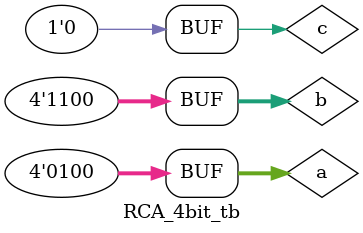
<source format=v>
module full_adder_gate(input a,b,c,output sum,cout);
  wire c1,c2,c3;
  xor x1(sum,a,b,c);
  and a1(c1,a,b);
  and a2(c2,b,c);
  and a3(c3,a,c);
  or o1(cout,c1,c2,c3);
endmodule


module RCA_4bit(input [3:0]a,b,input c,output [3:0]sum,cout);
 
  full_adder_gate FA1(.sum(sum[0]),.cout(cout[0]),.a(a[0]),.b(b[0]),.c(c));
  full_adder_gate FA2(.sum(sum[1]),.cout(cout[1]),.a(a[1]),.b(b[1]),.c(cout[0]));
  full_adder_gate FA3(.sum(sum[2]),.cout(cout[2]),.a(a[2]),.b(b[2]),.c(cout[1]));          
  full_adder_gate FA4(.sum(sum[3]),.cout(cout[3]),.a(a[3]),.b(b[3]),.c(cout[2])); 
endmodule

//test bench file 
module RCA_4bit_tb;
  reg [3:0]a,b;
  reg c;
  wire [3:0]sum,cout;
  RCA_4bit uut(a,b,c,sum,cout);
  initial 
    begin 
      $monitor("time=%0t a=%b b=%b c=%b sum=%b cout=%b",$time,a,b,c,sum,cout);
      a = 4'b10;b= 4'b10;c=4'b1;#3
      a = 3;b= 4;c=5;#3
      a = 4;b= 12;c=2;
    end 
endmodule 

</source>
